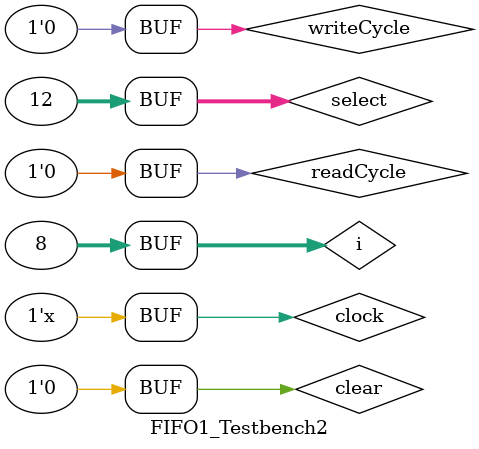
<source format=v>

/*
	Simulation system asserts hard "Clear" for first 100ns
*/	



/*
    FIFO_Testbench2 - test interleaved writes & reads
*/

`timescale 1ns / 1ps

module FIFO1_Testbench2;

    localparam DataWidth = 8; 

    reg  [DataWidth-1:0] testPatterns [0:31];
    wire [DataWidth-1:0] readData;
    reg  clock = 0;
    reg  clear = 0;
    wire empty, full;
    reg  writeCycle = 0;
    reg  readCycle = 0;
    
    integer  select = 0;
    integer i;
    
    FIFO1 #(.DataWidth (DataWidth),
            .AddrWidth (4))
        U1 (.Clk (clock),
            .Clr (clear),
            .Empty (empty),
            .Full (full),
            .WriteData (testPatterns [select]),
            .ReadData (readData),
            .WriteCycle (writeCycle),
            .ReadCycle (readCycle));  
  
    //
    // test bench initializations
    //    
    
    initial
    begin
        for (i=0; i<32; i=i+1)
            testPatterns [i] = 8'haa + 2 * i;
    end

    initial
    begin
        $display ("module: %m");

//        $monitor ($time, " ReadAddr = %d, WriteAddr = %d, NumberStored = %d, full = %d, fifo_empty = %d, Received = %x",
//                    U1.fifo.ReadAddr, U1.fifo.WriteAddr, U1.fifo.NumberStored, U1.fifo.Full, U1.fifo.Empty, ReceivedWord);
        
        
        clock = 1'b0;
        clear = 1'b1; // active high

        #20 clear = 1'b0; 
    end
    
    //
    // clock period
    //
    always
        #5 clock = ~clock; //toggle clk 
        

    //
    // test run
    //
    
    initial
    begin
        #62
        for (select=0; select<8; select=select+1)
        begin
            #100 writeCycle = 1;
            #10  writeCycle = 0;
        end
        
        for (i=0; i<4; i=i+1)
        begin
            #100 readCycle = 1;
            #10  readCycle = 0;
        end

        for (select=8; select<12; select=select+1)
        begin
            #100 writeCycle = 1;
            #10  writeCycle = 0;
        end
        
        for (i=0; i<8; i=i+1)
        begin
            #100 readCycle = 1;
            #10  readCycle = 0;
        end

    
    end
       

endmodule



</source>
